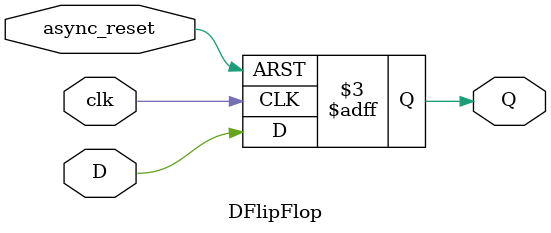
<source format=v>
module DFlipFlop(D,clk,async_reset,Q);
    //flip flop inputs
    input D;
    input clk;
    input async_reset;
    //flip flop output(just Q)
    output reg Q;
    //describe flipflop behaviour!
    always @(posedge clk or posedge async_reset) 
    begin
        if(async_reset==1'b1)
            Q <= 1'b0; 
        else 
            Q <= D; 
    end 
endmodule 
</source>
